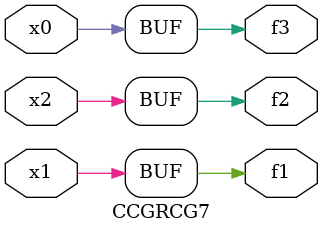
<source format=v>
module CCGRCG7(
	input x0, x1, x2,
	output f1, f2, f3
);
	assign f1 = x1;
	assign f2 = x2;
	assign f3 = x0;
endmodule

</source>
